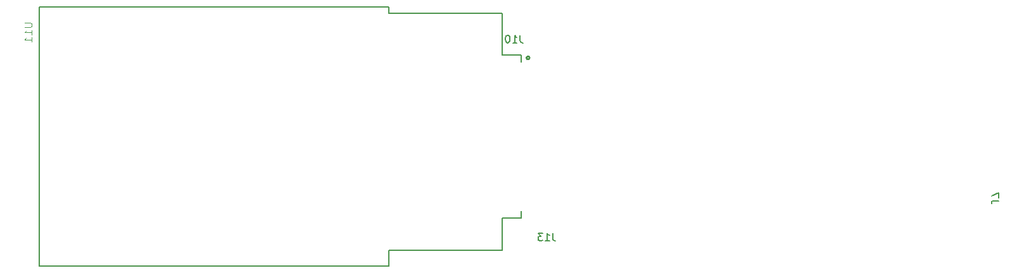
<source format=gbr>
G04 #@! TF.GenerationSoftware,KiCad,Pcbnew,(5.1.5)-3*
G04 #@! TF.CreationDate,2020-05-11T12:36:13-04:00*
G04 #@! TF.ProjectId,SmartWatch V4,536d6172-7457-4617-9463-682056342e6b,rev?*
G04 #@! TF.SameCoordinates,Original*
G04 #@! TF.FileFunction,Legend,Bot*
G04 #@! TF.FilePolarity,Positive*
%FSLAX46Y46*%
G04 Gerber Fmt 4.6, Leading zero omitted, Abs format (unit mm)*
G04 Created by KiCad (PCBNEW (5.1.5)-3) date 2020-05-11 12:36:13*
%MOMM*%
%LPD*%
G04 APERTURE LIST*
%ADD10C,0.250000*%
%ADD11C,0.127000*%
%ADD12C,0.015000*%
%ADD13C,0.150000*%
G04 APERTURE END LIST*
D10*
X128593000Y-69063000D02*
G75*
G03X128593000Y-69063000I-200000J0D01*
G01*
D11*
X127450000Y-90500000D02*
X127450000Y-89600000D01*
X127450000Y-90500000D02*
X124950000Y-90500000D01*
X124950000Y-90500000D02*
X124950000Y-94800000D01*
X127450000Y-68700000D02*
X127450000Y-69600000D01*
X127450000Y-68700000D02*
X124950000Y-68700000D01*
X124950000Y-68700000D02*
X124950000Y-63110000D01*
X109820000Y-94800000D02*
X109820000Y-96940000D01*
X124950000Y-94800000D02*
X109820000Y-94800000D01*
X109820000Y-96940000D02*
X63070000Y-96940000D01*
X63070000Y-62240000D02*
X63070000Y-96940000D01*
X109820000Y-62240000D02*
X63070000Y-62240000D01*
X109820000Y-63100000D02*
X109820000Y-62240000D01*
X124950000Y-63100000D02*
X109820000Y-63100000D01*
D12*
X61060937Y-64348979D02*
X61872750Y-64348979D01*
X61968257Y-64396733D01*
X62016011Y-64444487D01*
X62063764Y-64539994D01*
X62063764Y-64731009D01*
X62016011Y-64826516D01*
X61968257Y-64874270D01*
X61872750Y-64922023D01*
X61060937Y-64922023D01*
X62063764Y-65924850D02*
X62063764Y-65351806D01*
X62063764Y-65638328D02*
X61060937Y-65638328D01*
X61204198Y-65542821D01*
X61299706Y-65447314D01*
X61347459Y-65351806D01*
X62063764Y-66879924D02*
X62063764Y-66306880D01*
X62063764Y-66593402D02*
X61060937Y-66593402D01*
X61204198Y-66497894D01*
X61299706Y-66402387D01*
X61347459Y-66306880D01*
D13*
X131683023Y-92548080D02*
X131683023Y-93262366D01*
X131730642Y-93405223D01*
X131825880Y-93500461D01*
X131968738Y-93548080D01*
X132063976Y-93548080D01*
X130683023Y-93548080D02*
X131254452Y-93548080D01*
X130968738Y-93548080D02*
X130968738Y-92548080D01*
X131063976Y-92690938D01*
X131159214Y-92786176D01*
X131254452Y-92833795D01*
X130349690Y-92548080D02*
X129730642Y-92548080D01*
X130063976Y-92929033D01*
X129921119Y-92929033D01*
X129825880Y-92976652D01*
X129778261Y-93024271D01*
X129730642Y-93119509D01*
X129730642Y-93357604D01*
X129778261Y-93452842D01*
X129825880Y-93500461D01*
X129921119Y-93548080D01*
X130206833Y-93548080D01*
X130302071Y-93500461D01*
X130349690Y-93452842D01*
X127339523Y-66024180D02*
X127339523Y-66738466D01*
X127387142Y-66881323D01*
X127482380Y-66976561D01*
X127625238Y-67024180D01*
X127720476Y-67024180D01*
X126339523Y-67024180D02*
X126910952Y-67024180D01*
X126625238Y-67024180D02*
X126625238Y-66024180D01*
X126720476Y-66167038D01*
X126815714Y-66262276D01*
X126910952Y-66309895D01*
X125720476Y-66024180D02*
X125625238Y-66024180D01*
X125530000Y-66071800D01*
X125482380Y-66119419D01*
X125434761Y-66214657D01*
X125387142Y-66405133D01*
X125387142Y-66643228D01*
X125434761Y-66833704D01*
X125482380Y-66928942D01*
X125530000Y-66976561D01*
X125625238Y-67024180D01*
X125720476Y-67024180D01*
X125815714Y-66976561D01*
X125863333Y-66928942D01*
X125910952Y-66833704D01*
X125958571Y-66643228D01*
X125958571Y-66405133D01*
X125910952Y-66214657D01*
X125863333Y-66119419D01*
X125815714Y-66071800D01*
X125720476Y-66024180D01*
X191352419Y-88191933D02*
X190638133Y-88191933D01*
X190495276Y-88239552D01*
X190400038Y-88334790D01*
X190352419Y-88477647D01*
X190352419Y-88572885D01*
X191352419Y-87810980D02*
X191352419Y-87144314D01*
X190352419Y-87572885D01*
M02*

</source>
